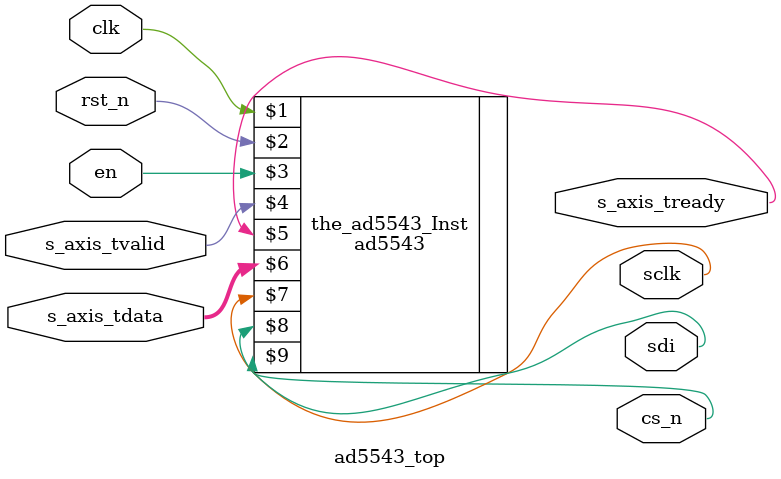
<source format=v>
`timescale 1ns/10ps

module ad5543_top #(
    parameter integer DW = 16,
    parameter integer IFREQ = 96
)(
    input wire clk,rst_n,
    input wire en,
    input wire s_axis_tvalid,
    output wire s_axis_tready,
    input wire [DW-1:0] s_axis_tdata,
    output wire sclk,sdi,cs_n
);
    ad5543 #(DW,IFREQ) the_ad5543_Inst(
        clk,rst_n,
        en,
        s_axis_tvalid,
        s_axis_tready,
        s_axis_tdata,
        sclk,sdi,cs_n
    );
endmodule
</source>
